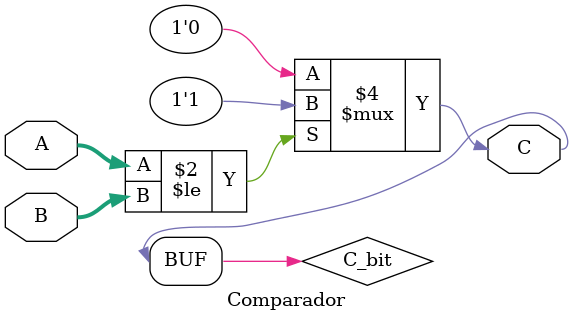
<source format=sv>
module Comparador
#(
	parameter Size = 16
)
(
	/* Inputs */
	input [Size - 1 : 0]A,
	input [Size - 1 : 0]B,
	
	/* Outputs */
	output C
	
);

bit C_bit;

always_comb begin: Comp

	if(A <= B)
		C_bit = 1'b1;
	else
		C_bit = 1'b0;

end

assign C = C_bit;

endmodule

</source>
